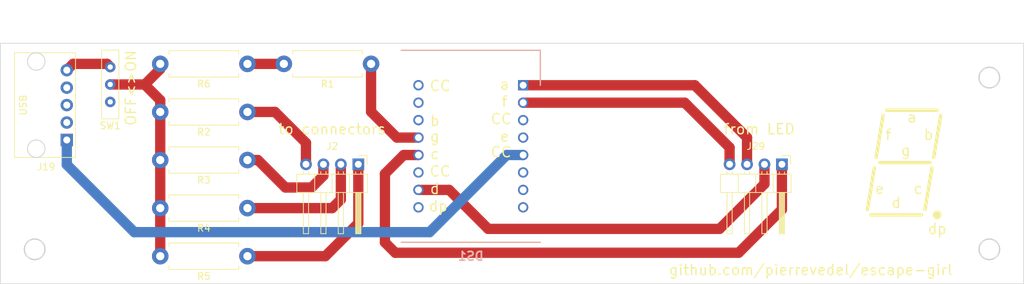
<source format=kicad_pcb>
(kicad_pcb (version 20211014) (generator pcbnew)
  (layers (0 "F.Cu" signal) (31 "B.Cu" signal) (34 "B.Paste" user) (35 "F.Paste" user) (36 "B.SilkS" user "B.Silkscreen") (37 "F.SilkS" user "F.Silkscreen") (38 "B.Mask" user) (39 "F.Mask" user) (44 "Edge.Cuts" user))
  (net 0 "")
  (net 1 "Net-(DS1-Pad1)")
  (net 2 "Net-(DS1-Pad2)")
  (net 5 "GND")
  (net 10 "Net-(DS1-Pad10)")
  (net 12 "Net-(DS1-Pad12)")
  (net 13 "Net-(DS1-Pad13)")
  (net 17 "Net-(J2-Pad1)")
  (net 18 "Net-(J2-Pad2)")
  (net 19 "Net-(J2-Pad3)")
  (net 20 "Net-(J2-Pad4)")
  (net 21 "+5V")
  (net 25 "Net-(R1-Pad2)")
  (net 26 "Net-(R2-Pad2)")
  (footprint "Resistor_THT:R_Axial_DIN0411_L9.9mm_D3.6mm_P12.70mm_Horizontal" (layer "F.Cu") (at 115.98 69 180)
    (fp_text reference "R5" (at 6.35 -2.92) (layer "F.SilkS"))
    (fp_text value "68")
    (fp_line (start 1.28 1.92) (end 11.42 1.92) (layer "F.SilkS") (width 0.12))
    (fp_line (start 1.28 -1.44) (end 1.28 -1.92) (layer "F.SilkS") (width 0.12))
    (fp_line (start 1.28 -1.92) (end 11.42 -1.92) (layer "F.SilkS") (width 0.12))
    (fp_line (start 11.42 1.92) (end 11.42 1.44) (layer "F.SilkS") (width 0.12))
    (fp_line (start 11.42 -1.92) (end 11.42 -1.44) (layer "F.SilkS") (width 0.12))
    (fp_line (start 1.28 1.44) (end 1.28 1.92) (layer "F.SilkS") (width 0.12))
    (pad "1" thru_hole circle (at 0 0 180) (size 2.4 2.4) (drill 1.2) (layers *.Cu *.Mask) (net 17 "Net-(J2-Pad1)"))
    (pad "2" thru_hole oval (at 12.7 0 180) (size 2.4 2.4) (drill 1.2) (layers *.Cu *.Mask) (net 26 "Net-(R2-Pad2)"))
  )
  (footprint "footprint:SW_slide_SPDT_10x2.5mm" (layer "F.Cu") (at 96 44 90)
    (fp_text reference "SW1" (at -6 0 unlocked) (layer "F.SilkS"))
    (fp_text value "SW_SPDT")
    (fp_rect (start 5 1.25) (end -5 -1.25) (layer "F.SilkS") (width 0.12) (fill none))
    (pad "1" thru_hole circle (at -2.54 0 90) (size 1.524 1.524) (drill 0.762) (layers *.Cu *.Mask))
    (pad "2" thru_hole circle (at 0 0 90) (size 1.524 1.524) (drill 0.762) (layers *.Cu *.Mask) (net 26 "Net-(R2-Pad2)"))
    (pad "3" thru_hole circle (at 2.54 0 90) (size 1.524 1.524) (drill 0.762) (layers *.Cu *.Mask) (net 21 "+5V"))
  )
  (footprint "Resistor_THT:R_Axial_DIN0411_L9.9mm_D3.6mm_P12.70mm_Horizontal" (layer "F.Cu") (at 133.98 41 180)
    (fp_text reference "R1" (at 6.35 -2.92) (layer "F.SilkS"))
    (fp_text value "120")
    (fp_line (start 1.28 1.92) (end 11.42 1.92) (layer "F.SilkS") (width 0.12))
    (fp_line (start 1.28 -1.92) (end 11.42 -1.92) (layer "F.SilkS") (width 0.12))
    (fp_line (start 1.28 -1.44) (end 1.28 -1.92) (layer "F.SilkS") (width 0.12))
    (fp_line (start 1.28 1.44) (end 1.28 1.92) (layer "F.SilkS") (width 0.12))
    (fp_line (start 11.42 1.92) (end 11.42 1.44) (layer "F.SilkS") (width 0.12))
    (fp_line (start 11.42 -1.92) (end 11.42 -1.44) (layer "F.SilkS") (width 0.12))
    (pad "1" thru_hole circle (at 0 0 180) (size 2.4 2.4) (drill 1.2) (layers *.Cu *.Mask) (net 13 "Net-(DS1-Pad13)"))
    (pad "2" thru_hole oval (at 12.7 0 180) (size 2.4 2.4) (drill 1.2) (layers *.Cu *.Mask) (net 25 "Net-(R1-Pad2)"))
  )
  (footprint "footprint:USB_micro-B_polulu-2586" (layer "F.Cu") (at 89.675 47 90)
    (fp_text reference "J19" (at -9 -3 unlocked) (layer "F.SilkS"))
    (fp_text value "USB_B_Micro")
    (fp_text user "USB" (at 0 -6.35 90 unlocked) (layer "F.SilkS"))
    (fp_rect (start 7.62 1.27) (end -7.62 -7.62) (layer "F.SilkS") (width 0.12) (fill none))
    (fp_circle (center -6.35 -4.445) (end -7.62 -4.445) (layer "Edge.Cuts") (width 0.12) (fill none))
    (fp_circle (center 6.35 -4.445) (end 6.35 -5.715) (layer "Edge.Cuts") (width 0.12) (fill none))
    (pad "1" thru_hole circle (at 5.08 0 90) (size 1.8 1.8) (drill 1.02) (layers *.Cu *.Mask) (net 21 "+5V"))
    (pad "2" thru_hole circle (at 2.54 0 90) (size 1.8 1.8) (drill 1.02) (layers *.Cu *.Mask))
    (pad "3" thru_hole circle (at 0 0 90) (size 1.8 1.8) (drill 1.02) (layers *.Cu *.Mask))
    (pad "4" thru_hole circle (at -2.54 0 90) (size 1.8 1.8) (drill 1.02) (layers *.Cu *.Mask))
    (pad "5" thru_hole rect (at -5.08 0 90) (size 1.8 1.8) (drill 1.02) (layers *.Cu *.Mask) (net 5 "GND"))
  )
  (footprint "Resistor_THT:R_Axial_DIN0411_L9.9mm_D3.6mm_P12.70mm_Horizontal" (layer "F.Cu") (at 115.98 55 180)
    (fp_text reference "R3" (at 6.35 -2.92) (layer "F.SilkS"))
    (fp_text value "68")
    (fp_line (start 1.28 1.92) (end 11.42 1.92) (layer "F.SilkS") (width 0.12))
    (fp_line (start 1.28 1.44) (end 1.28 1.92) (layer "F.SilkS") (width 0.12))
    (fp_line (start 1.28 -1.92) (end 11.42 -1.92) (layer "F.SilkS") (width 0.12))
    (fp_line (start 11.42 -1.92) (end 11.42 -1.44) (layer "F.SilkS") (width 0.12))
    (fp_line (start 1.28 -1.44) (end 1.28 -1.92) (layer "F.SilkS") (width 0.12))
    (fp_line (start 11.42 1.92) (end 11.42 1.44) (layer "F.SilkS") (width 0.12))
    (pad "1" thru_hole circle (at 0 0 180) (size 2.4 2.4) (drill 1.2) (layers *.Cu *.Mask) (net 19 "Net-(J2-Pad3)"))
    (pad "2" thru_hole oval (at 12.7 0 180) (size 2.4 2.4) (drill 1.2) (layers *.Cu *.Mask) (net 26 "Net-(R2-Pad2)"))
  )
  (footprint "Connector_PinHeader_2.54mm:PinHeader_1x04_P2.54mm_Horizontal" (layer "F.Cu") (at 193.8 55.625 -90)
    (fp_text reference "J29" (at -2.625 3.8) (layer "F.SilkS"))
    (fp_text value "Conn_01x04")
    (fp_line (start 4.1 7.24) (end 10.1 7.24) (layer "F.SilkS") (width 0.12))
    (fp_line (start 10.1 -0.38) (end 10.1 0.38) (layer "F.SilkS") (width 0.12))
    (fp_line (start 1.042929 4.7) (end 1.44 4.7) (layer "F.SilkS") (width 0.12))
    (fp_line (start 10.1 2.92) (end 4.1 2.92) (layer "F.SilkS") (width 0.12))
    (fp_line (start 1.44 -1.33) (end 1.44 8.95) (layer "F.SilkS") (width 0.12))
    (fp_line (start 1.44 6.35) (end 4.1 6.35) (layer "F.SilkS") (width 0.12))
    (fp_line (start 4.1 -0.2) (end 10.1 -0.2) (layer "F.SilkS") (width 0.12))
    (fp_line (start 1.042929 7.24) (end 1.44 7.24) (layer "F.SilkS") (width 0.12))
    (fp_line (start 4.1 -0.38) (end 10.1 -0.38) (layer "F.SilkS") (width 0.12))
    (fp_line (start 4.1 0.04) (end 10.1 0.04) (layer "F.SilkS") (width 0.12))
    (fp_line (start 10.1 7.24) (end 10.1 8) (layer "F.SilkS") (width 0.12))
    (fp_line (start 1.44 3.81) (end 4.1 3.81) (layer "F.SilkS") (width 0.12))
    (fp_line (start 1.44 8.95) (end 4.1 8.95) (layer "F.SilkS") (width 0.12))
    (fp_line (start 10.1 2.16) (end 10.1 2.92) (layer "F.SilkS") (width 0.12))
    (fp_line (start 4.1 0.28) (end 10.1 0.28) (layer "F.SilkS") (width 0.12))
    (fp_line (start 1.44 1.27) (end 4.1 1.27) (layer "F.SilkS") (width 0.12))
    (fp_line (start 4.1 2.16) (end 10.1 2.16) (layer "F.SilkS") (width 0.12))
    (fp_line (start 4.1 -1.33) (end 1.44 -1.33) (layer "F.SilkS") (width 0.12))
    (fp_line (start 4.1 -0.32) (end 10.1 -0.32) (layer "F.SilkS") (width 0.12))
    (fp_line (start 4.1 4.7) (end 10.1 4.7) (layer "F.SilkS") (width 0.12))
    (fp_line (start 10.1 0.38) (end 4.1 0.38) (layer "F.SilkS") (width 0.12))
    (fp_line (start 1.042929 2.16) (end 1.44 2.16) (layer "F.SilkS") (width 0.12))
    (fp_line (start 1.042929 8) (end 1.44 8) (layer "F.SilkS") (width 0.12))
    (fp_line (start 10.1 8) (end 4.1 8) (layer "F.SilkS") (width 0.12))
    (fp_line (start 4.1 -0.08) (end 10.1 -0.08) (layer "F.SilkS") (width 0.12))
    (fp_line (start -1.27 -1.27) (end 0 -1.27) (layer "F.SilkS") (width 0.12))
    (fp_line (start 1.042929 2.92) (end 1.44 2.92) (layer "F.SilkS") (width 0.12))
    (fp_line (start 4.1 0.16) (end 10.1 0.16) (layer "F.SilkS") (width 0.12))
    (fp_line (start 4.1 8.95) (end 4.1 -1.33) (layer "F.SilkS") (width 0.12))
    (fp_line (start 1.042929 5.46) (end 1.44 5.46) (layer "F.SilkS") (width 0.12))
    (fp_line (start 1.11 -0.38) (end 1.44 -0.38) (layer "F.SilkS") (width 0.12))
    (fp_line (start 10.1 5.46) (end 4.1 5.46) (layer "F.SilkS") (width 0.12))
    (fp_line (start 10.1 4.7) (end 10.1 5.46) (layer "F.SilkS") (width 0.12))
    (fp_line (start -1.27 0) (end -1.27 -1.27) (layer "F.SilkS") (width 0.12))
    (fp_line (start 1.11 0.38) (end 1.44 0.38) (layer "F.SilkS") (width 0.12))
    (pad "1" thru_hole rect (at 0 0 270) (size 1.7 1.7) (drill 1) (layers *.Cu *.Mask) (net 12 "Net-(DS1-Pad12)"))
    (pad "2" thru_hole oval (at 0 2.54 270) (size 1.7 1.7) (drill 1) (layers *.Cu *.Mask) (net 10 "Net-(DS1-Pad10)"))
    (pad "3" thru_hole oval (at 0 5.08 270) (size 1.7 1.7) (drill 1) (layers *.Cu *.Mask) (net 1 "Net-(DS1-Pad1)"))
    (pad "4" thru_hole oval (at 0 7.62 270) (size 1.7 1.7) (drill 1) (layers *.Cu *.Mask) (net 2 "Net-(DS1-Pad2)"))
  )
  (footprint "Resistor_THT:R_Axial_DIN0411_L9.9mm_D3.6mm_P12.70mm_Horizontal" (layer "F.Cu") (at 115.98 48 180)
    (fp_text reference "R2" (at 6.35 -2.92) (layer "F.SilkS"))
    (fp_text value "68")
    (fp_line (start 11.42 -1.92) (end 11.42 -1.44) (layer "F.SilkS") (width 0.12))
    (fp_line (start 1.28 -1.92) (end 11.42 -1.92) (layer "F.SilkS") (width 0.12))
    (fp_line (start 1.28 -1.44) (end 1.28 -1.92) (layer "F.SilkS") (width 0.12))
    (fp_line (start 1.28 1.44) (end 1.28 1.92) (layer "F.SilkS") (width 0.12))
    (fp_line (start 11.42 1.92) (end 11.42 1.44) (layer "F.SilkS") (width 0.12))
    (fp_line (start 1.28 1.92) (end 11.42 1.92) (layer "F.SilkS") (width 0.12))
    (pad "1" thru_hole circle (at 0 0 180) (size 2.4 2.4) (drill 1.2) (layers *.Cu *.Mask) (net 20 "Net-(J2-Pad4)"))
    (pad "2" thru_hole oval (at 12.7 0 180) (size 2.4 2.4) (drill 1.2) (layers *.Cu *.Mask) (net 26 "Net-(R2-Pad2)"))
  )
  (footprint "Connector_PinHeader_2.54mm:PinHeader_1x04_P2.54mm_Horizontal" (layer "F.Cu") (at 132.12 55.625 -90)
    (fp_text reference "J2" (at -2.625 3.8) (layer "F.SilkS"))
    (fp_text value "Conn_01x04")
    (fp_line (start -1.27 -1.27) (end 0 -1.27) (layer "F.SilkS") (width 0.12))
    (fp_line (start 1.44 6.35) (end 4.1 6.35) (layer "F.SilkS") (width 0.12))
    (fp_line (start 4.1 8.95) (end 4.1 -1.33) (layer "F.SilkS") (width 0.12))
    (fp_line (start 1.44 3.81) (end 4.1 3.81) (layer "F.SilkS") (width 0.12))
    (fp_line (start 1.042929 2.92) (end 1.44 2.92) (layer "F.SilkS") (width 0.12))
    (fp_line (start 4.1 -0.08) (end 10.1 -0.08) (layer "F.SilkS") (width 0.12))
    (fp_line (start 4.1 0.28) (end 10.1 0.28) (layer "F.SilkS") (width 0.12))
    (fp_line (start 1.44 8.95) (end 4.1 8.95) (layer "F.SilkS") (width 0.12))
    (fp_line (start 4.1 7.24) (end 10.1 7.24) (layer "F.SilkS") (width 0.12))
    (fp_line (start 10.1 2.92) (end 4.1 2.92) (layer "F.SilkS") (width 0.12))
    (fp_line (start 10.1 4.7) (end 10.1 5.46) (layer "F.SilkS") (width 0.12))
    (fp_line (start 10.1 0.38) (end 4.1 0.38) (layer "F.SilkS") (width 0.12))
    (fp_line (start -1.27 0) (end -1.27 -1.27) (layer "F.SilkS") (width 0.12))
    (fp_line (start 1.042929 5.46) (end 1.44 5.46) (layer "F.SilkS") (width 0.12))
    (fp_line (start 1.042929 7.24) (end 1.44 7.24) (layer "F.SilkS") (width 0.12))
    (fp_line (start 4.1 0.04) (end 10.1 0.04) (layer "F.SilkS") (width 0.12))
    (fp_line (start 1.042929 8) (end 1.44 8) (layer "F.SilkS") (width 0.12))
    (fp_line (start 1.042929 2.16) (end 1.44 2.16) (layer "F.SilkS") (width 0.12))
    (fp_line (start 4.1 -0.2) (end 10.1 -0.2) (layer "F.SilkS") (width 0.12))
    (fp_line (start 4.1 -1.33) (end 1.44 -1.33) (layer "F.SilkS") (width 0.12))
    (fp_line (start 4.1 2.16) (end 10.1 2.16) (layer "F.SilkS") (width 0.12))
    (fp_line (start 10.1 2.16) (end 10.1 2.92) (layer "F.SilkS") (width 0.12))
    (fp_line (start 10.1 -0.38) (end 10.1 0.38) (layer "F.SilkS") (width 0.12))
    (fp_line (start 10.1 8) (end 4.1 8) (layer "F.SilkS") (width 0.12))
    (fp_line (start 1.042929 4.7) (end 1.44 4.7) (layer "F.SilkS") (width 0.12))
    (fp_line (start 1.11 0.38) (end 1.44 0.38) (layer "F.SilkS") (width 0.12))
    (fp_line (start 1.44 1.27) (end 4.1 1.27) (layer "F.SilkS") (width 0.12))
    (fp_line (start 4.1 4.7) (end 10.1 4.7) (layer "F.SilkS") (width 0.12))
    (fp_line (start 1.11 -0.38) (end 1.44 -0.38) (layer "F.SilkS") (width 0.12))
    (fp_line (start 1.44 -1.33) (end 1.44 8.95) (layer "F.SilkS") (width 0.12))
    (fp_line (start 10.1 7.24) (end 10.1 8) (layer "F.SilkS") (width 0.12))
    (fp_line (start 10.1 5.46) (end 4.1 5.46) (layer "F.SilkS") (width 0.12))
    (fp_line (start 4.1 -0.38) (end 10.1 -0.38) (layer "F.SilkS") (width 0.12))
    (fp_line (start 4.1 0.16) (end 10.1 0.16) (layer "F.SilkS") (width 0.12))
    (fp_line (start 4.1 -0.32) (end 10.1 -0.32) (layer "F.SilkS") (width 0.12))
    (pad "1" thru_hole rect (at 0 0 270) (size 1.7 1.7) (drill 1) (layers *.Cu *.Mask) (net 17 "Net-(J2-Pad1)"))
    (pad "2" thru_hole oval (at 0 2.54 270) (size 1.7 1.7) (drill 1) (layers *.Cu *.Mask) (net 18 "Net-(J2-Pad2)"))
    (pad "3" thru_hole oval (at 0 5.08 270) (size 1.7 1.7) (drill 1) (layers *.Cu *.Mask) (net 19 "Net-(J2-Pad3)"))
    (pad "4" thru_hole oval (at 0 7.62 270) (size 1.7 1.7) (drill 1) (layers *.Cu *.Mask) (net 20 "Net-(J2-Pad4)"))
  )
  (footprint "Resistor_THT:R_Axial_DIN0411_L9.9mm_D3.6mm_P12.70mm_Horizontal" (layer "F.Cu") (at 115.98 41 180)
    (fp_text reference "R6" (at 6.35 -2.92) (layer "F.SilkS"))
    (fp_text value "68")
    (fp_line (start 1.28 1.92) (end 11.42 1.92) (layer "F.SilkS") (width 0.12))
    (fp_line (start 1.28 -1.92) (end 11.42 -1.92) (layer "F.SilkS") (width 0.12))
    (fp_line (start 11.42 1.92) (end 11.42 1.44) (layer "F.SilkS") (width 0.12))
    (fp_line (start 11.42 -1.92) (end 11.42 -1.44) (layer "F.SilkS") (width 0.12))
    (fp_line (start 1.28 -1.44) (end 1.28 -1.92) (layer "F.SilkS") (width 0.12))
    (fp_line (start 1.28 1.44) (end 1.28 1.92) (layer "F.SilkS") (width 0.12))
    (pad "1" thru_hole circle (at 0 0 180) (size 2.4 2.4) (drill 1.2) (layers *.Cu *.Mask) (net 25 "Net-(R1-Pad2)"))
    (pad "2" thru_hole oval (at 12.7 0 180) (size 2.4 2.4) (drill 1.2) (layers *.Cu *.Mask) (net 26 "Net-(R2-Pad2)"))
  )
  (footprint "Resistor_THT:R_Axial_DIN0411_L9.9mm_D3.6mm_P12.70mm_Horizontal" (layer "F.Cu") (at 115.98 62 180)
    (fp_text reference "R4" (at 6.35 -2.92) (layer "F.SilkS"))
    (fp_text value "68")
    (fp_line (start 11.42 -1.92) (end 11.42 -1.44) (layer "F.SilkS") (width 0.12))
    (fp_line (start 1.28 1.92) (end 11.42 1.92) (layer "F.SilkS") (width 0.12))
    (fp_line (start 1.28 1.44) (end 1.28 1.92) (layer "F.SilkS") (width 0.12))
    (fp_line (start 11.42 1.92) (end 11.42 1.44) (layer "F.SilkS") (width 0.12))
    (fp_line (start 1.28 -1.92) (end 11.42 -1.92) (layer "F.SilkS") (width 0.12))
    (fp_line (start 1.28 -1.44) (end 1.28 -1.92) (layer "F.SilkS") (width 0.12))
    (pad "1" thru_hole circle (at 0 0 180) (size 2.4 2.4) (drill 1.2) (layers *.Cu *.Mask) (net 18 "Net-(J2-Pad2)"))
    (pad "2" thru_hole oval (at 12.7 0 180) (size 2.4 2.4) (drill 1.2) (layers *.Cu *.Mask) (net 26 "Net-(R2-Pad2)"))
  )
  (footprint "footprint:SC08-11SRWA_DIPS1524W80P254L2770H865Q16N" (layer "B.Cu") (at 156.12 44.11 180)
    (fp_text reference "DS1" (at 7.62 -24.89) (layer "B.SilkS") (effects (font (size 1.27 1.27) (thickness 0.254)) (justify mirror)))
    (fp_text value "SC08-11SRWA" hide)
    (fp_line (start -2.505 5.085) (end -2.505 0) (layer "B.SilkS") (width 0.2))
    (fp_line (start -2.505 -22.865) (end 17.745 -22.865) (layer "B.SilkS") (width 0.2))
    (fp_line (start 17.745 5.085) (end -2.505 5.085) (layer "B.SilkS") (width 0.2))
    (pad "1" thru_hole rect (at 0 0 180) (size 1.5 1.5) (drill 1) (layers *.Cu *.Mask) (net 1 "Net-(DS1-Pad1)"))
    (pad "2" thru_hole circle (at 0 -2.54 180) (size 1.5 1.5) (drill 1) (layers *.Cu *.Mask) (net 2 "Net-(DS1-Pad2)"))
    (pad "3" thru_hole circle (at 0 -5.08 180) (size 1.5 1.5) (drill 1) (layers *.Cu *.Mask))
    (pad "4" thru_hole circle (at 0 -7.62 180) (size 1.5 1.5) (drill 1) (layers *.Cu *.Mask))
    (pad "5" thru_hole circle (at 0 -10.16 180) (size 1.5 1.5) (drill 1) (layers *.Cu *.Mask) (net 5 "GND"))
    (pad "6" thru_hole circle (at 0 -12.7 180) (size 1.5 1.5) (drill 1) (layers *.Cu *.Mask))
    (pad "7" thru_hole circle (at 0 -15.24 180) (size 1.5 1.5) (drill 1) (layers *.Cu *.Mask))
    (pad "8" thru_hole circle (at 0 -17.78 180) (size 1.5 1.5) (drill 1) (layers *.Cu *.Mask))
    (pad "9" thru_hole circle (at 15.24 -17.78 180) (size 1.5 1.5) (drill 1) (layers *.Cu *.Mask))
    (pad "10" thru_hole circle (at 15.24 -15.24 180) (size 1.5 1.5) (drill 1) (layers *.Cu *.Mask) (net 10 "Net-(DS1-Pad10)"))
    (pad "11" thru_hole circle (at 15.24 -12.7 180) (size 1.5 1.5) (drill 1) (layers *.Cu *.Mask))
    (pad "12" thru_hole circle (at 15.24 -10.16 180) (size 1.5 1.5) (drill 1) (layers *.Cu *.Mask) (net 12 "Net-(DS1-Pad12)"))
    (pad "13" thru_hole circle (at 15.24 -7.62 180) (size 1.5 1.5) (drill 1) (layers *.Cu *.Mask) (net 13 "Net-(DS1-Pad13)"))
    (pad "14" thru_hole circle (at 15.24 -5.08 180) (size 1.5 1.5) (drill 1) (layers *.Cu *.Mask))
    (pad "15" thru_hole circle (at 15.24 -2.54 180) (size 1.5 1.5) (drill 1) (layers *.Cu *.Mask))
    (pad "16" thru_hole circle (at 15.24 0 180) (size 1.5 1.5) (drill 1) (layers *.Cu *.Mask))
  )
  (gr_line (start 208.534 48.514) (end 207.518 54.61) (layer "F.SilkS") (width 0.5))
  (gr_line (start 209.042 47.752) (end 216.408 47.752) (layer "F.SilkS") (width 0.5))
  (gr_line (start 207.264 56.134) (end 206.248 62.23) (layer "F.SilkS") (width 0.5))
  (gr_line (start 206.756 62.992) (end 214.122 62.992) (layer "F.SilkS") (width 0.5))
  (gr_line (start 208.026 55.372) (end 215.392 55.372) (layer "F.SilkS") (width 0.5))
  (gr_line (start 215.646 56.134) (end 214.63 62.23) (layer "F.SilkS") (width 0.5))
  (gr_line (start 216.916 48.514) (end 215.9 54.61) (layer "F.SilkS") (width 0.5))
  (gr_circle (center 216.408 62.992) (end 216.975961 62.992) (layer "F.SilkS") (width 0.15) (fill solid))
  (gr_circle (center 85 68) (end 86.5 68) (layer "Edge.Cuts") (width 0.2) (fill none))
  (gr_circle (center 224 68) (end 225.5 68) (layer "Edge.Cuts") (width 0.2) (fill none))
  (gr_circle (center 224 43) (end 225.5 43) (layer "Edge.Cuts") (width 0.2) (fill none))
  (gr_rect (start 80 38) (end 229 73) (layer "Edge.Cuts") (width 0.1) (fill none))
  (gr_text "f" (at 209.296 51.308) (layer "F.SilkS") (effects (font (size 1.5 1.5) (thickness 0.2))))
  (gr_text "github.com/pierrevedel/escape-girl" (at 198 71) (layer "F.SilkS") (effects (font (size 1.5 1.5) (thickness 0.2))))
  (gr_text "g" (at 143.256 51.562) (layer "F.SilkS") (effects (font (size 1.5 1.5) (thickness 0.2))))
  (gr_text "c" (at 143.256 54.102) (layer "F.SilkS") (effects (font (size 1.5 1.5) (thickness 0.2))))
  (gr_text "b" (at 215.138 51.308) (layer "F.SilkS") (effects (font (size 1.5 1.5) (thickness 0.2))))
  (gr_text "d" (at 210.439 61.214) (layer "F.SilkS") (effects (font (size 1.5 1.5) (thickness 0.2))))
  (gr_text "CC" (at 152.908 53.848) (layer "F.SilkS") (effects (font (size 1.5 1.5) (thickness 0.2))))
  (gr_text "b\n" (at 143.256 49.276) (layer "F.SilkS") (effects (font (size 1.5 1.5) (thickness 0.2))))
  (gr_text "e" (at 208.026 59.182) (layer "F.SilkS") (effects (font (size 1.5 1.5) (thickness 0.2))))
  (gr_text "c" (at 213.614 59.182) (layer "F.SilkS") (effects (font (size 1.5 1.5) (thickness 0.2))))
  (gr_text "to connectors" (at 128.31 50.5) (layer "F.SilkS") (effects (font (size 1.5 1.5) (thickness 0.2))))
  (gr_text "d" (at 143.256 59.182) (layer "F.SilkS") (effects (font (size 1.5 1.5) (thickness 0.2))))
  (gr_text "CC" (at 152.908 49.022) (layer "F.SilkS") (effects (font (size 1.5 1.5) (thickness 0.2))))
  (gr_text "e" (at 153.416 51.562) (layer "F.SilkS") (effects (font (size 1.5 1.5) (thickness 0.2))))
  (gr_text "dp" (at 216.408 65.024) (layer "F.SilkS") (effects (font (size 1.5 1.5) (thickness 0.2))))
  (gr_text "OFF<>ON" (at 99 44.5 90) (layer "F.SilkS") (effects (font (size 1.5 1.5) (thickness 0.2))))
  (gr_text "f" (at 153.416 46.482) (layer "F.SilkS") (effects (font (size 1.5 1.5) (thickness 0.2))))
  (gr_text "dp" (at 143.764 61.722) (layer "F.SilkS") (effects (font (size 1.5 1.5) (thickness 0.2))))
  (gr_text "a" (at 153.416 44) (layer "F.SilkS") (effects (font (size 1.5 1.5) (thickness 0.2))))
  (gr_text "CC" (at 144.018 44.196) (layer "F.SilkS") (effects (font (size 1.5 1.5) (thickness 0.2))))
  (gr_text "CC" (at 144.018 56.642) (layer "F.SilkS") (effects (font (size 1.5 1.5) (thickness 0.2))))
  (gr_text "a" (at 212.725 48.768) (layer "F.SilkS") (effects (font (size 1.5 1.5) (thickness 0.2))))
  (gr_text "g" (at 211.836 53.594) (layer "F.SilkS") (effects (font (size 1.5 1.5) (thickness 0.2))))
  (gr_text "from LED" (at 190.5 50.5) (layer "F.SilkS") (effects (font (size 1.5 1.5) (thickness 0.2))))
  (segment (start 188.72 51.72) (end 188.72 55.625) (width 1.5) (layer "F.Cu") (net 1))
  (segment (start 181.11 44.11) (end 181.5 44.5) (width 1.5) (layer "F.Cu") (net 1))
  (segment (start 156.12 44.11) (end 181.11 44.11) (width 1.5) (layer "F.Cu") (net 1))
  (segment (start 181.5 44.5) (end 188.72 51.72) (width 1.5) (layer "F.Cu") (net 1))
  (segment (start 186.18 53.18) (end 186.18 55.625) (width 1.5) (layer "F.Cu") (net 2))
  (segment (start 180 47) (end 186.18 53.18) (width 1.5) (layer "F.Cu") (net 2))
  (segment (start 156.12 46.65) (end 179.65 46.65) (width 1.5) (layer "F.Cu") (net 2))
  (segment (start 179.65 46.65) (end 180 47) (width 1.5) (layer "F.Cu") (net 2))
  (segment (start 89.675 55.675) (end 99.5 65.5) (width 1.5) (layer "B.Cu") (net 5))
  (segment (start 89.675 52.08) (end 89.675 55.675) (width 1.5) (layer "B.Cu") (net 5))
  (segment (start 153.73 54.27) (end 156.12 54.27) (width 1.5) (layer "B.Cu") (net 5))
  (segment (start 142.5 65.5) (end 153.73 54.27) (width 1.5) (layer "B.Cu") (net 5))
  (segment (start 99.5 65.5) (end 142.5 65.5) (width 1.5) (layer "B.Cu") (net 5))
  (segment (start 151.024 65.024) (end 145.35 59.35) (width 1.5) (layer "F.Cu") (net 10))
  (segment (start 191.26 58.487308) (end 184.723308 65.024) (width 1.5) (layer "F.Cu") (net 10))
  (segment (start 145.35 59.35) (end 140.88 59.35) (width 1.5) (layer "F.Cu") (net 10))
  (segment (start 184.723308 65.024) (end 151.024 65.024) (width 1.5) (layer "F.Cu") (net 10))
  (segment (start 191.26 55.625) (end 191.26 58.487308) (width 1.5) (layer "F.Cu") (net 10))
  (segment (start 138.73 54.27) (end 136 57) (width 1.5) (layer "F.Cu") (net 12))
  (segment (start 137.5 68.5) (end 187.5 68.5) (width 1.5) (layer "F.Cu") (net 12))
  (segment (start 187.5 68.5) (end 193.8 62.2) (width 1.5) (layer "F.Cu") (net 12))
  (segment (start 136 67) (end 137.5 68.5) (width 1.5) (layer "F.Cu") (net 12))
  (segment (start 193.8 62.2) (end 193.8 55.625) (width 1.5) (layer "F.Cu") (net 12))
  (segment (start 140.88 54.27) (end 138.73 54.27) (width 1.5) (layer "F.Cu") (net 12))
  (segment (start 136 57) (end 136 67) (width 1.5) (layer "F.Cu") (net 12))
  (segment (start 137.73 51.73) (end 133.98 47.98) (width 1.5) (layer "F.Cu") (net 13))
  (segment (start 140.88 51.73) (end 137.73 51.73) (width 1.5) (layer "F.Cu") (net 13))
  (segment (start 133.98 47.98) (end 133.98 41) (width 1.5) (layer "F.Cu") (net 13))
  (segment (start 132.12 55.625) (end 132.12 64.2) (width 1.5) (layer "F.Cu") (net 17))
  (segment (start 127.32 69) (end 115.98 69) (width 1.5) (layer "F.Cu") (net 17))
  (segment (start 132.12 64.2) (end 127.32 69) (width 1.5) (layer "F.Cu") (net 17))
  (segment (start 115.98 62) (end 128.32 62) (width 1.5) (layer "F.Cu") (net 18))
  (segment (start 129.58 60.74) (end 129.58 55.625) (width 1.5) (layer "F.Cu") (net 18))
  (segment (start 128.32 62) (end 129.58 60.74) (width 1.5) (layer "F.Cu") (net 18))
  (segment (start 115.98 55) (end 117.5 55) (width 1.5) (layer "F.Cu") (net 19))
  (segment (start 125.32 59) (end 127.04 57.28) (width 1.5) (layer "F.Cu") (net 19))
  (segment (start 117.5 55) (end 121.5 59) (width 1.5) (layer "F.Cu") (net 19))
  (segment (start 121.5 59) (end 125.32 59) (width 1.5) (layer "F.Cu") (net 19))
  (segment (start 127.04 57.28) (end 127.04 55.625) (width 1.5) (layer "F.Cu") (net 19))
  (segment (start 120 48) (end 124.5 52.5) (width 1.5) (layer "F.Cu") (net 20))
  (segment (start 124.5 52.5) (end 124.5 55.625) (width 1.5) (layer "F.Cu") (net 20))
  (segment (start 115.98 48) (end 120 48) (width 1.5) (layer "F.Cu") (net 20))
  (segment (start 90.595 41) (end 95.54 41) (width 1.5) (layer "F.Cu") (net 21))
  (segment (start 95.54 41) (end 96 41.46) (width 1.5) (layer "F.Cu") (net 21))
  (segment (start 89.675 41.92) (end 90.595 41) (width 1.5) (layer "F.Cu") (net 21))
  (segment (start 115.98 41) (end 121.28 41) (width 1.5) (layer "F.Cu") (net 25))
  (segment (start 103.28 41.754) (end 103.28 41) (width 1.5) (layer "F.Cu") (net 26))
  (segment (start 103.28 46.28) (end 103.28 69) (width 1.5) (layer "F.Cu") (net 26))
  (segment (start 101 44) (end 96 44) (width 1.5) (layer "F.Cu") (net 26))
  (segment (start 101 44) (end 101.034 44) (width 1.5) (layer "F.Cu") (net 26))
  (segment (start 101.034 44) (end 103.28 41.754) (width 1.5) (layer "F.Cu") (net 26))
  (segment (start 101 44) (end 103.28 46.28) (width 1.5) (layer "F.Cu") (net 26))
)
</source>
